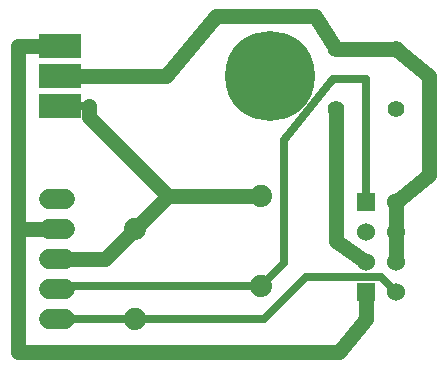
<source format=gbl>
G04 ---------------------------- Layer name :BOTTOM LAYER*
G04 easyEDA 0.1*
G04 Scale: 100 percent, Rotated: No, Reflected: No *
G04 Dimensions in inches *
G04 leading zeros omitted , absolute positions ,2 integer and 4 * 
%FSLAX24Y24*%
%MOIN*%
G90*
G70D02*

%ADD11C,0.050000*%
%ADD12C,0.025000*%
%ADD13R,0.144000X0.080000*%
%ADD14C,0.300000*%
%ADD16C,0.055000*%
%ADD18C,0.074000*%
%ADD20R,0.060000X0.060000*%
%ADD21C,0.060000*%
%ADD23C,0.066000*%

%LPD*%
%LNVIA PAD TRACK COPPERAREA*%
G54D11*
G01X12500Y14700D02*
G01X12500Y13800D01*
G01X2200Y16800D02*
G01X900Y16800D01*
G01X900Y22900D01*
G01X2300Y22900D02*
G01X900Y22900D01*
G54D12*
G01X13500Y14700D02*
G01X13000Y15200D01*
G01X10480Y15200D01*
G01X9080Y13800D01*
G01X4800Y13800D01*
G01X2200Y13800D02*
G01X4800Y13800D01*
G54D11*
G01X11500Y20800D02*
G01X11500Y20800D01*
G01X11500Y16400D01*
G01X12500Y15700D01*
G01X13500Y22800D02*
G01X14600Y21900D01*
G01X14600Y18600D01*
G01X13500Y17700D01*
G01X11500Y22800D02*
G01X13500Y22800D01*
G01X13500Y16700D02*
G01X13500Y15700D01*
G01X13500Y17700D02*
G01X13500Y16700D01*
G01X2300Y21900D02*
G01X5818Y21900D01*
G01X7500Y23900D01*
G01X10800Y23900D01*
G01X11500Y22800D01*
G54D12*
G01X9000Y14900D02*
G01X9771Y15671D01*
G01X9771Y19742D01*
G01X11400Y21800D01*
G01X12500Y21800D01*
G01X12500Y20700D01*
G01X12500Y19700D01*
G01X12500Y18250D01*
G01X2200Y14800D02*
G01X2300Y14900D01*
G01X9000Y14900D01*
G01X12500Y17700D02*
G01X12500Y18250D01*
G01X2300Y20900D02*
G01X3269Y20900D01*
G54D11*
G01X5900Y17900D02*
G01X4800Y16800D01*
G01X9000Y17900D02*
G01X5900Y17900D01*
G01X5900Y17900D02*
G01X3269Y20530D01*
G01X3269Y20900D01*
G01X4800Y16800D02*
G01X3800Y15800D01*
G01X2200Y15800D01*
G01X2200Y16800D02*
G01X900Y16800D01*
G01X900Y13700D01*
G01X900Y12700D01*
G01X11600Y12700D01*
G01X12500Y13800D01*
G54D13*
G01X2300Y22900D03*
G01X2300Y21900D03*
G01X2300Y20900D03*
G54D14*
G01X9300Y21900D03*
G54D16*
G01X11500Y20800D03*
G01X13500Y20800D03*
G01X13500Y22800D03*
G01X11500Y22800D03*
G54D18*
G01X9000Y17900D03*
G01X9000Y14900D03*
G01X4800Y16800D03*
G01X4800Y13800D03*
G54D20*
G01X12500Y14700D03*
G54D21*
G01X13500Y14700D03*
G01X12500Y15700D03*
G01X13500Y15700D03*
G01X12500Y16700D03*
G01X13500Y16700D03*
G54D20*
G01X12500Y17700D03*
G54D21*
G01X13500Y17700D03*
G54D13*
G01X2300Y22900D03*
G01X2300Y21900D03*
G01X2300Y20900D03*
G54D14*
G01X9300Y21900D03*
G54D16*
G01X11500Y20800D03*
G01X13500Y20800D03*
G01X13500Y22800D03*
G01X11500Y22800D03*
G54D18*
G01X9000Y17900D03*
G01X9000Y14900D03*
G01X4800Y16800D03*
G01X4800Y13800D03*
G54D20*
G01X12500Y14700D03*
G54D21*
G01X13500Y14700D03*
G01X12500Y15700D03*
G01X13500Y15700D03*
G01X12500Y16700D03*
G01X13500Y16700D03*
G54D20*
G01X12500Y17700D03*
G54D21*
G01X13500Y17700D03*
G54D23*
G01X2469Y15800D02*
G01X1930Y15800D01*
G01X2469Y16800D02*
G01X1930Y16800D01*
G01X2469Y17800D02*
G01X1930Y17800D01*
G01X2469Y14800D02*
G01X1930Y14800D01*
G01X2469Y13800D02*
G01X1930Y13800D01*

M00*
M02*
</source>
